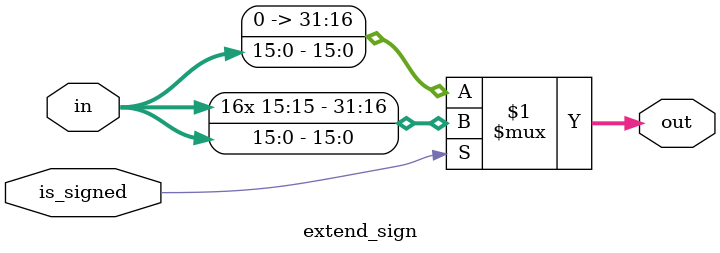
<source format=v>

module extend_sign (
    input wire [15:0] in,
    input wire is_signed,
    output wire [31:0] out
);

    
    assign out = is_signed ? {{16{in[15]}}, in} : {16'b0, in}; //se for signed extende o bit mais significativo caso contrario enche de 0s

endmodule

</source>
